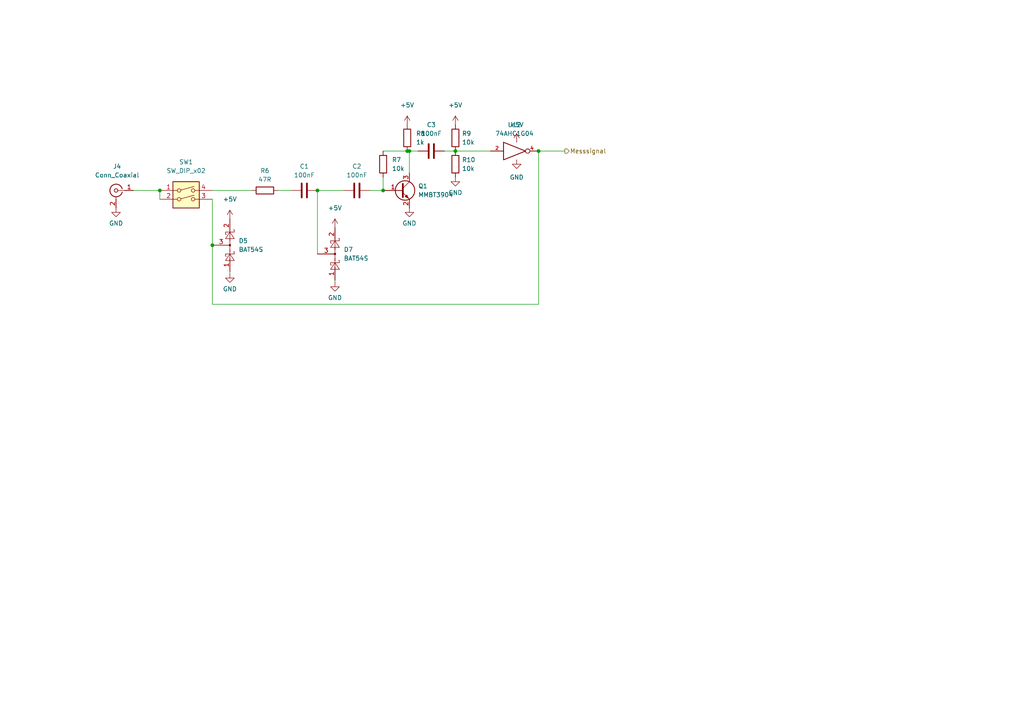
<source format=kicad_sch>
(kicad_sch (version 20211123) (generator eeschema)

  (uuid 1bc3a24b-4f42-4faf-bf41-c581dd46c4ca)

  (paper "A4")

  (lib_symbols
    (symbol "74xGxx:74AHC1G04" (pin_names (offset 1.016)) (in_bom yes) (on_board yes)
      (property "Reference" "U" (id 0) (at -2.54 3.81 0)
        (effects (font (size 1.27 1.27)))
      )
      (property "Value" "74AHC1G04" (id 1) (at 0 -3.81 0)
        (effects (font (size 1.27 1.27)))
      )
      (property "Footprint" "" (id 2) (at 0 0 0)
        (effects (font (size 1.27 1.27)) hide)
      )
      (property "Datasheet" "http://www.ti.com/lit/sg/scyt129e/scyt129e.pdf" (id 3) (at 0 0 0)
        (effects (font (size 1.27 1.27)) hide)
      )
      (property "ki_keywords" "Single Gate NOT LVC CMOS" (id 4) (at 0 0 0)
        (effects (font (size 1.27 1.27)) hide)
      )
      (property "ki_description" "Single NOT Gate, Low-Voltage CMOS" (id 5) (at 0 0 0)
        (effects (font (size 1.27 1.27)) hide)
      )
      (property "ki_fp_filters" "SOT* SG-*" (id 6) (at 0 0 0)
        (effects (font (size 1.27 1.27)) hide)
      )
      (symbol "74AHC1G04_0_1"
        (polyline
          (pts
            (xy -3.81 2.54)
            (xy -3.81 -2.54)
            (xy 2.54 0)
            (xy -3.81 2.54)
          )
          (stroke (width 0.254) (type default) (color 0 0 0 0))
          (fill (type none))
        )
      )
      (symbol "74AHC1G04_1_1"
        (pin input line (at -7.62 0 0) (length 3.81)
          (name "~" (effects (font (size 1.016 1.016))))
          (number "2" (effects (font (size 1.016 1.016))))
        )
        (pin power_in line (at 0 -2.54 270) (length 0) hide
          (name "GND" (effects (font (size 1.016 1.016))))
          (number "3" (effects (font (size 1.016 1.016))))
        )
        (pin output inverted (at 6.35 0 180) (length 3.81)
          (name "~" (effects (font (size 1.016 1.016))))
          (number "4" (effects (font (size 1.016 1.016))))
        )
        (pin power_in line (at 0 2.54 90) (length 0) hide
          (name "VCC" (effects (font (size 1.016 1.016))))
          (number "5" (effects (font (size 1.016 1.016))))
        )
      )
    )
    (symbol "Connector:Conn_Coaxial" (pin_names (offset 1.016) hide) (in_bom yes) (on_board yes)
      (property "Reference" "J" (id 0) (at 0.254 3.048 0)
        (effects (font (size 1.27 1.27)))
      )
      (property "Value" "Conn_Coaxial" (id 1) (at 2.921 0 90)
        (effects (font (size 1.27 1.27)))
      )
      (property "Footprint" "" (id 2) (at 0 0 0)
        (effects (font (size 1.27 1.27)) hide)
      )
      (property "Datasheet" " ~" (id 3) (at 0 0 0)
        (effects (font (size 1.27 1.27)) hide)
      )
      (property "ki_keywords" "BNC SMA SMB SMC LEMO coaxial connector CINCH RCA" (id 4) (at 0 0 0)
        (effects (font (size 1.27 1.27)) hide)
      )
      (property "ki_description" "coaxial connector (BNC, SMA, SMB, SMC, Cinch/RCA, LEMO, ...)" (id 5) (at 0 0 0)
        (effects (font (size 1.27 1.27)) hide)
      )
      (property "ki_fp_filters" "*BNC* *SMA* *SMB* *SMC* *Cinch* *LEMO*" (id 6) (at 0 0 0)
        (effects (font (size 1.27 1.27)) hide)
      )
      (symbol "Conn_Coaxial_0_1"
        (arc (start -1.778 -0.508) (mid 0.2311 -1.8066) (end 1.778 0)
          (stroke (width 0.254) (type default) (color 0 0 0 0))
          (fill (type none))
        )
        (polyline
          (pts
            (xy -2.54 0)
            (xy -0.508 0)
          )
          (stroke (width 0) (type default) (color 0 0 0 0))
          (fill (type none))
        )
        (polyline
          (pts
            (xy 0 -2.54)
            (xy 0 -1.778)
          )
          (stroke (width 0) (type default) (color 0 0 0 0))
          (fill (type none))
        )
        (circle (center 0 0) (radius 0.508)
          (stroke (width 0.2032) (type default) (color 0 0 0 0))
          (fill (type none))
        )
        (arc (start 1.778 0) (mid 0.2099 1.8101) (end -1.778 0.508)
          (stroke (width 0.254) (type default) (color 0 0 0 0))
          (fill (type none))
        )
      )
      (symbol "Conn_Coaxial_1_1"
        (pin passive line (at -5.08 0 0) (length 2.54)
          (name "In" (effects (font (size 1.27 1.27))))
          (number "1" (effects (font (size 1.27 1.27))))
        )
        (pin passive line (at 0 -5.08 90) (length 2.54)
          (name "Ext" (effects (font (size 1.27 1.27))))
          (number "2" (effects (font (size 1.27 1.27))))
        )
      )
    )
    (symbol "Device:C" (pin_numbers hide) (pin_names (offset 0.254)) (in_bom yes) (on_board yes)
      (property "Reference" "C" (id 0) (at 0.635 2.54 0)
        (effects (font (size 1.27 1.27)) (justify left))
      )
      (property "Value" "C" (id 1) (at 0.635 -2.54 0)
        (effects (font (size 1.27 1.27)) (justify left))
      )
      (property "Footprint" "" (id 2) (at 0.9652 -3.81 0)
        (effects (font (size 1.27 1.27)) hide)
      )
      (property "Datasheet" "~" (id 3) (at 0 0 0)
        (effects (font (size 1.27 1.27)) hide)
      )
      (property "ki_keywords" "cap capacitor" (id 4) (at 0 0 0)
        (effects (font (size 1.27 1.27)) hide)
      )
      (property "ki_description" "Unpolarized capacitor" (id 5) (at 0 0 0)
        (effects (font (size 1.27 1.27)) hide)
      )
      (property "ki_fp_filters" "C_*" (id 6) (at 0 0 0)
        (effects (font (size 1.27 1.27)) hide)
      )
      (symbol "C_0_1"
        (polyline
          (pts
            (xy -2.032 -0.762)
            (xy 2.032 -0.762)
          )
          (stroke (width 0.508) (type default) (color 0 0 0 0))
          (fill (type none))
        )
        (polyline
          (pts
            (xy -2.032 0.762)
            (xy 2.032 0.762)
          )
          (stroke (width 0.508) (type default) (color 0 0 0 0))
          (fill (type none))
        )
      )
      (symbol "C_1_1"
        (pin passive line (at 0 3.81 270) (length 2.794)
          (name "~" (effects (font (size 1.27 1.27))))
          (number "1" (effects (font (size 1.27 1.27))))
        )
        (pin passive line (at 0 -3.81 90) (length 2.794)
          (name "~" (effects (font (size 1.27 1.27))))
          (number "2" (effects (font (size 1.27 1.27))))
        )
      )
    )
    (symbol "Device:R" (pin_numbers hide) (pin_names (offset 0)) (in_bom yes) (on_board yes)
      (property "Reference" "R" (id 0) (at 2.032 0 90)
        (effects (font (size 1.27 1.27)))
      )
      (property "Value" "R" (id 1) (at 0 0 90)
        (effects (font (size 1.27 1.27)))
      )
      (property "Footprint" "" (id 2) (at -1.778 0 90)
        (effects (font (size 1.27 1.27)) hide)
      )
      (property "Datasheet" "~" (id 3) (at 0 0 0)
        (effects (font (size 1.27 1.27)) hide)
      )
      (property "ki_keywords" "R res resistor" (id 4) (at 0 0 0)
        (effects (font (size 1.27 1.27)) hide)
      )
      (property "ki_description" "Resistor" (id 5) (at 0 0 0)
        (effects (font (size 1.27 1.27)) hide)
      )
      (property "ki_fp_filters" "R_*" (id 6) (at 0 0 0)
        (effects (font (size 1.27 1.27)) hide)
      )
      (symbol "R_0_1"
        (rectangle (start -1.016 -2.54) (end 1.016 2.54)
          (stroke (width 0.254) (type default) (color 0 0 0 0))
          (fill (type none))
        )
      )
      (symbol "R_1_1"
        (pin passive line (at 0 3.81 270) (length 1.27)
          (name "~" (effects (font (size 1.27 1.27))))
          (number "1" (effects (font (size 1.27 1.27))))
        )
        (pin passive line (at 0 -3.81 90) (length 1.27)
          (name "~" (effects (font (size 1.27 1.27))))
          (number "2" (effects (font (size 1.27 1.27))))
        )
      )
    )
    (symbol "Diode:BAT54S" (pin_names (offset 1.016)) (in_bom yes) (on_board yes)
      (property "Reference" "D" (id 0) (at 0.635 -3.81 0)
        (effects (font (size 1.27 1.27)) (justify left))
      )
      (property "Value" "BAT54S" (id 1) (at -6.35 3.175 0)
        (effects (font (size 1.27 1.27)) (justify left))
      )
      (property "Footprint" "Package_TO_SOT_SMD:SOT-23" (id 2) (at 1.905 3.175 0)
        (effects (font (size 1.27 1.27)) (justify left) hide)
      )
      (property "Datasheet" "https://www.diodes.com/assets/Datasheets/ds11005.pdf" (id 3) (at -3.048 0 0)
        (effects (font (size 1.27 1.27)) hide)
      )
      (property "ki_keywords" "schottky diode" (id 4) (at 0 0 0)
        (effects (font (size 1.27 1.27)) hide)
      )
      (property "ki_description" "schottky barrier diode" (id 5) (at 0 0 0)
        (effects (font (size 1.27 1.27)) hide)
      )
      (property "ki_fp_filters" "SOT?23*" (id 6) (at 0 0 0)
        (effects (font (size 1.27 1.27)) hide)
      )
      (symbol "BAT54S_0_1"
        (polyline
          (pts
            (xy -3.81 0)
            (xy -1.27 0)
          )
          (stroke (width 0) (type default) (color 0 0 0 0))
          (fill (type none))
        )
        (polyline
          (pts
            (xy -3.175 -1.27)
            (xy -3.175 -1.016)
          )
          (stroke (width 0) (type default) (color 0 0 0 0))
          (fill (type none))
        )
        (polyline
          (pts
            (xy -2.54 -1.27)
            (xy -3.175 -1.27)
          )
          (stroke (width 0) (type default) (color 0 0 0 0))
          (fill (type none))
        )
        (polyline
          (pts
            (xy -2.54 -1.27)
            (xy -2.54 1.27)
          )
          (stroke (width 0) (type default) (color 0 0 0 0))
          (fill (type none))
        )
        (polyline
          (pts
            (xy -2.54 1.27)
            (xy -1.905 1.27)
          )
          (stroke (width 0) (type default) (color 0 0 0 0))
          (fill (type none))
        )
        (polyline
          (pts
            (xy -1.905 0)
            (xy 1.905 0)
          )
          (stroke (width 0) (type default) (color 0 0 0 0))
          (fill (type none))
        )
        (polyline
          (pts
            (xy -1.905 1.27)
            (xy -1.905 1.016)
          )
          (stroke (width 0) (type default) (color 0 0 0 0))
          (fill (type none))
        )
        (polyline
          (pts
            (xy 1.27 0)
            (xy 3.81 0)
          )
          (stroke (width 0) (type default) (color 0 0 0 0))
          (fill (type none))
        )
        (polyline
          (pts
            (xy 3.175 -1.27)
            (xy 3.175 -1.016)
          )
          (stroke (width 0) (type default) (color 0 0 0 0))
          (fill (type none))
        )
        (polyline
          (pts
            (xy 3.81 -1.27)
            (xy 3.175 -1.27)
          )
          (stroke (width 0) (type default) (color 0 0 0 0))
          (fill (type none))
        )
        (polyline
          (pts
            (xy 3.81 -1.27)
            (xy 3.81 1.27)
          )
          (stroke (width 0) (type default) (color 0 0 0 0))
          (fill (type none))
        )
        (polyline
          (pts
            (xy 3.81 1.27)
            (xy 4.445 1.27)
          )
          (stroke (width 0) (type default) (color 0 0 0 0))
          (fill (type none))
        )
        (polyline
          (pts
            (xy 4.445 1.27)
            (xy 4.445 1.016)
          )
          (stroke (width 0) (type default) (color 0 0 0 0))
          (fill (type none))
        )
        (polyline
          (pts
            (xy -4.445 1.27)
            (xy -4.445 -1.27)
            (xy -2.54 0)
            (xy -4.445 1.27)
          )
          (stroke (width 0) (type default) (color 0 0 0 0))
          (fill (type none))
        )
        (polyline
          (pts
            (xy 1.905 1.27)
            (xy 1.905 -1.27)
            (xy 3.81 0)
            (xy 1.905 1.27)
          )
          (stroke (width 0) (type default) (color 0 0 0 0))
          (fill (type none))
        )
        (circle (center 0 0) (radius 0.254)
          (stroke (width 0) (type default) (color 0 0 0 0))
          (fill (type outline))
        )
      )
      (symbol "BAT54S_1_1"
        (pin passive line (at -7.62 0 0) (length 3.81)
          (name "~" (effects (font (size 1.27 1.27))))
          (number "1" (effects (font (size 1.27 1.27))))
        )
        (pin passive line (at 7.62 0 180) (length 3.81)
          (name "~" (effects (font (size 1.27 1.27))))
          (number "2" (effects (font (size 1.27 1.27))))
        )
        (pin passive line (at 0 -5.08 90) (length 5.08)
          (name "~" (effects (font (size 1.27 1.27))))
          (number "3" (effects (font (size 1.27 1.27))))
        )
      )
    )
    (symbol "Switch:SW_DIP_x02" (pin_names (offset 0) hide) (in_bom yes) (on_board yes)
      (property "Reference" "SW" (id 0) (at 0 6.35 0)
        (effects (font (size 1.27 1.27)))
      )
      (property "Value" "SW_DIP_x02" (id 1) (at 0 -3.81 0)
        (effects (font (size 1.27 1.27)))
      )
      (property "Footprint" "" (id 2) (at 0 0 0)
        (effects (font (size 1.27 1.27)) hide)
      )
      (property "Datasheet" "~" (id 3) (at 0 0 0)
        (effects (font (size 1.27 1.27)) hide)
      )
      (property "ki_keywords" "dip switch" (id 4) (at 0 0 0)
        (effects (font (size 1.27 1.27)) hide)
      )
      (property "ki_description" "2x DIP Switch, Single Pole Single Throw (SPST) switch, small symbol" (id 5) (at 0 0 0)
        (effects (font (size 1.27 1.27)) hide)
      )
      (property "ki_fp_filters" "SW?DIP?x2*" (id 6) (at 0 0 0)
        (effects (font (size 1.27 1.27)) hide)
      )
      (symbol "SW_DIP_x02_0_0"
        (circle (center -2.032 0) (radius 0.508)
          (stroke (width 0) (type default) (color 0 0 0 0))
          (fill (type none))
        )
        (circle (center -2.032 2.54) (radius 0.508)
          (stroke (width 0) (type default) (color 0 0 0 0))
          (fill (type none))
        )
        (polyline
          (pts
            (xy -1.524 0.127)
            (xy 2.3622 1.1684)
          )
          (stroke (width 0) (type default) (color 0 0 0 0))
          (fill (type none))
        )
        (polyline
          (pts
            (xy -1.524 2.667)
            (xy 2.3622 3.7084)
          )
          (stroke (width 0) (type default) (color 0 0 0 0))
          (fill (type none))
        )
        (circle (center 2.032 0) (radius 0.508)
          (stroke (width 0) (type default) (color 0 0 0 0))
          (fill (type none))
        )
        (circle (center 2.032 2.54) (radius 0.508)
          (stroke (width 0) (type default) (color 0 0 0 0))
          (fill (type none))
        )
      )
      (symbol "SW_DIP_x02_0_1"
        (rectangle (start -3.81 5.08) (end 3.81 -2.54)
          (stroke (width 0.254) (type default) (color 0 0 0 0))
          (fill (type background))
        )
      )
      (symbol "SW_DIP_x02_1_1"
        (pin passive line (at -7.62 2.54 0) (length 5.08)
          (name "~" (effects (font (size 1.27 1.27))))
          (number "1" (effects (font (size 1.27 1.27))))
        )
        (pin passive line (at -7.62 0 0) (length 5.08)
          (name "~" (effects (font (size 1.27 1.27))))
          (number "2" (effects (font (size 1.27 1.27))))
        )
        (pin passive line (at 7.62 0 180) (length 5.08)
          (name "~" (effects (font (size 1.27 1.27))))
          (number "3" (effects (font (size 1.27 1.27))))
        )
        (pin passive line (at 7.62 2.54 180) (length 5.08)
          (name "~" (effects (font (size 1.27 1.27))))
          (number "4" (effects (font (size 1.27 1.27))))
        )
      )
    )
    (symbol "Transistor_BJT:MMBT3904" (pin_names (offset 0) hide) (in_bom yes) (on_board yes)
      (property "Reference" "Q" (id 0) (at 5.08 1.905 0)
        (effects (font (size 1.27 1.27)) (justify left))
      )
      (property "Value" "MMBT3904" (id 1) (at 5.08 0 0)
        (effects (font (size 1.27 1.27)) (justify left))
      )
      (property "Footprint" "Package_TO_SOT_SMD:SOT-23" (id 2) (at 5.08 -1.905 0)
        (effects (font (size 1.27 1.27) italic) (justify left) hide)
      )
      (property "Datasheet" "https://www.onsemi.com/pub/Collateral/2N3903-D.PDF" (id 3) (at 0 0 0)
        (effects (font (size 1.27 1.27)) (justify left) hide)
      )
      (property "ki_keywords" "NPN Transistor" (id 4) (at 0 0 0)
        (effects (font (size 1.27 1.27)) hide)
      )
      (property "ki_description" "0.2A Ic, 40V Vce, Small Signal NPN Transistor, SOT-23" (id 5) (at 0 0 0)
        (effects (font (size 1.27 1.27)) hide)
      )
      (property "ki_fp_filters" "SOT?23*" (id 6) (at 0 0 0)
        (effects (font (size 1.27 1.27)) hide)
      )
      (symbol "MMBT3904_0_1"
        (polyline
          (pts
            (xy 0.635 0.635)
            (xy 2.54 2.54)
          )
          (stroke (width 0) (type default) (color 0 0 0 0))
          (fill (type none))
        )
        (polyline
          (pts
            (xy 0.635 -0.635)
            (xy 2.54 -2.54)
            (xy 2.54 -2.54)
          )
          (stroke (width 0) (type default) (color 0 0 0 0))
          (fill (type none))
        )
        (polyline
          (pts
            (xy 0.635 1.905)
            (xy 0.635 -1.905)
            (xy 0.635 -1.905)
          )
          (stroke (width 0.508) (type default) (color 0 0 0 0))
          (fill (type none))
        )
        (polyline
          (pts
            (xy 1.27 -1.778)
            (xy 1.778 -1.27)
            (xy 2.286 -2.286)
            (xy 1.27 -1.778)
            (xy 1.27 -1.778)
          )
          (stroke (width 0) (type default) (color 0 0 0 0))
          (fill (type outline))
        )
        (circle (center 1.27 0) (radius 2.8194)
          (stroke (width 0.254) (type default) (color 0 0 0 0))
          (fill (type none))
        )
      )
      (symbol "MMBT3904_1_1"
        (pin input line (at -5.08 0 0) (length 5.715)
          (name "B" (effects (font (size 1.27 1.27))))
          (number "1" (effects (font (size 1.27 1.27))))
        )
        (pin passive line (at 2.54 -5.08 90) (length 2.54)
          (name "E" (effects (font (size 1.27 1.27))))
          (number "2" (effects (font (size 1.27 1.27))))
        )
        (pin passive line (at 2.54 5.08 270) (length 2.54)
          (name "C" (effects (font (size 1.27 1.27))))
          (number "3" (effects (font (size 1.27 1.27))))
        )
      )
    )
    (symbol "power:+5V" (power) (pin_names (offset 0)) (in_bom yes) (on_board yes)
      (property "Reference" "#PWR" (id 0) (at 0 -3.81 0)
        (effects (font (size 1.27 1.27)) hide)
      )
      (property "Value" "+5V" (id 1) (at 0 3.556 0)
        (effects (font (size 1.27 1.27)))
      )
      (property "Footprint" "" (id 2) (at 0 0 0)
        (effects (font (size 1.27 1.27)) hide)
      )
      (property "Datasheet" "" (id 3) (at 0 0 0)
        (effects (font (size 1.27 1.27)) hide)
      )
      (property "ki_keywords" "power-flag" (id 4) (at 0 0 0)
        (effects (font (size 1.27 1.27)) hide)
      )
      (property "ki_description" "Power symbol creates a global label with name \"+5V\"" (id 5) (at 0 0 0)
        (effects (font (size 1.27 1.27)) hide)
      )
      (symbol "+5V_0_1"
        (polyline
          (pts
            (xy -0.762 1.27)
            (xy 0 2.54)
          )
          (stroke (width 0) (type default) (color 0 0 0 0))
          (fill (type none))
        )
        (polyline
          (pts
            (xy 0 0)
            (xy 0 2.54)
          )
          (stroke (width 0) (type default) (color 0 0 0 0))
          (fill (type none))
        )
        (polyline
          (pts
            (xy 0 2.54)
            (xy 0.762 1.27)
          )
          (stroke (width 0) (type default) (color 0 0 0 0))
          (fill (type none))
        )
      )
      (symbol "+5V_1_1"
        (pin power_in line (at 0 0 90) (length 0) hide
          (name "+5V" (effects (font (size 1.27 1.27))))
          (number "1" (effects (font (size 1.27 1.27))))
        )
      )
    )
    (symbol "power:GND" (power) (pin_names (offset 0)) (in_bom yes) (on_board yes)
      (property "Reference" "#PWR" (id 0) (at 0 -6.35 0)
        (effects (font (size 1.27 1.27)) hide)
      )
      (property "Value" "GND" (id 1) (at 0 -3.81 0)
        (effects (font (size 1.27 1.27)))
      )
      (property "Footprint" "" (id 2) (at 0 0 0)
        (effects (font (size 1.27 1.27)) hide)
      )
      (property "Datasheet" "" (id 3) (at 0 0 0)
        (effects (font (size 1.27 1.27)) hide)
      )
      (property "ki_keywords" "power-flag" (id 4) (at 0 0 0)
        (effects (font (size 1.27 1.27)) hide)
      )
      (property "ki_description" "Power symbol creates a global label with name \"GND\" , ground" (id 5) (at 0 0 0)
        (effects (font (size 1.27 1.27)) hide)
      )
      (symbol "GND_0_1"
        (polyline
          (pts
            (xy 0 0)
            (xy 0 -1.27)
            (xy 1.27 -1.27)
            (xy 0 -2.54)
            (xy -1.27 -1.27)
            (xy 0 -1.27)
          )
          (stroke (width 0) (type default) (color 0 0 0 0))
          (fill (type none))
        )
      )
      (symbol "GND_1_1"
        (pin power_in line (at 0 0 270) (length 0) hide
          (name "GND" (effects (font (size 1.27 1.27))))
          (number "1" (effects (font (size 1.27 1.27))))
        )
      )
    )
  )

  (junction (at 46.355 55.245) (diameter 0) (color 0 0 0 0)
    (uuid 3d3a738c-722c-4779-a44a-12d2d95fa156)
  )
  (junction (at 118.11 43.815) (diameter 0) (color 0 0 0 0)
    (uuid 48f4d125-845a-4f42-b5aa-ecaf5a243315)
  )
  (junction (at 118.745 43.815) (diameter 0) (color 0 0 0 0)
    (uuid 53071ae7-8217-47af-b0b6-bae7f19230bc)
  )
  (junction (at 156.21 43.815) (diameter 0) (color 0 0 0 0)
    (uuid 89cebfa5-7f37-492e-a7e2-f1d643f5c426)
  )
  (junction (at 132.08 43.815) (diameter 0) (color 0 0 0 0)
    (uuid 8d8f8ab8-1e61-413f-8c79-ba0ded791e2e)
  )
  (junction (at 61.595 71.12) (diameter 0) (color 0 0 0 0)
    (uuid 953a54bf-681f-4ba4-80aa-1843b85152df)
  )
  (junction (at 111.125 55.245) (diameter 0) (color 0 0 0 0)
    (uuid c6f6a9b7-b79f-4521-9919-6550ed5785b4)
  )
  (junction (at 92.075 55.245) (diameter 0) (color 0 0 0 0)
    (uuid c9f4afc7-7f0c-4e09-bf4c-1f732e84343b)
  )

  (wire (pts (xy 156.21 43.815) (xy 163.83 43.815))
    (stroke (width 0) (type default) (color 0 0 0 0))
    (uuid 08a58abf-9130-45e1-885b-b89ac2d40818)
  )
  (wire (pts (xy 92.075 55.245) (xy 99.695 55.245))
    (stroke (width 0) (type default) (color 0 0 0 0))
    (uuid 29796f39-5b4d-4f49-96e3-fe5f39f3fa7b)
  )
  (wire (pts (xy 118.745 43.815) (xy 118.745 50.165))
    (stroke (width 0) (type default) (color 0 0 0 0))
    (uuid 30aa5529-2a2b-4eee-a3bf-8fda3a14773c)
  )
  (wire (pts (xy 80.645 55.245) (xy 84.455 55.245))
    (stroke (width 0) (type default) (color 0 0 0 0))
    (uuid 32669668-9d8e-4187-967f-dc102640f67c)
  )
  (wire (pts (xy 111.125 43.815) (xy 118.11 43.815))
    (stroke (width 0) (type default) (color 0 0 0 0))
    (uuid 33a92892-8f1c-4765-9184-3c657a6209db)
  )
  (wire (pts (xy 107.315 55.245) (xy 111.125 55.245))
    (stroke (width 0) (type default) (color 0 0 0 0))
    (uuid 36995171-8e6c-4557-9fee-59fec63a14e1)
  )
  (wire (pts (xy 128.905 43.815) (xy 132.08 43.815))
    (stroke (width 0) (type default) (color 0 0 0 0))
    (uuid 4227df93-0887-43a0-b4cb-5d0496180978)
  )
  (wire (pts (xy 46.355 55.245) (xy 46.355 57.785))
    (stroke (width 0) (type default) (color 0 0 0 0))
    (uuid 509d0546-0a4d-4d94-bd6d-0acf6ac970af)
  )
  (wire (pts (xy 66.675 78.74) (xy 66.675 79.375))
    (stroke (width 0) (type default) (color 0 0 0 0))
    (uuid 53265a0b-680c-4c69-8809-bc4b2a07d031)
  )
  (wire (pts (xy 61.595 88.265) (xy 156.21 88.265))
    (stroke (width 0) (type default) (color 0 0 0 0))
    (uuid 5898c9f7-8b3a-4def-8258-64163036b7f4)
  )
  (wire (pts (xy 38.735 55.245) (xy 46.355 55.245))
    (stroke (width 0) (type default) (color 0 0 0 0))
    (uuid 58d7e2db-1fe0-4310-953e-6073ad1bbfaa)
  )
  (wire (pts (xy 61.595 57.785) (xy 61.595 71.12))
    (stroke (width 0) (type default) (color 0 0 0 0))
    (uuid 6b10e08e-26f1-4614-bcbd-65861c21f5fb)
  )
  (wire (pts (xy 156.21 88.265) (xy 156.21 43.815))
    (stroke (width 0) (type default) (color 0 0 0 0))
    (uuid 729391d5-453d-47ea-b7ac-17dd71509cfb)
  )
  (wire (pts (xy 111.125 51.435) (xy 111.125 55.245))
    (stroke (width 0) (type default) (color 0 0 0 0))
    (uuid 750b0bd7-d5df-4d24-9e83-a4b5c8721c1d)
  )
  (wire (pts (xy 118.745 43.815) (xy 121.285 43.815))
    (stroke (width 0) (type default) (color 0 0 0 0))
    (uuid 9e76add1-2b73-4ecf-84e7-f599e863312f)
  )
  (wire (pts (xy 97.155 81.28) (xy 97.155 81.915))
    (stroke (width 0) (type default) (color 0 0 0 0))
    (uuid c2e90e82-62a5-448a-be6f-ca6d726ec3c8)
  )
  (wire (pts (xy 118.11 43.815) (xy 118.745 43.815))
    (stroke (width 0) (type default) (color 0 0 0 0))
    (uuid d555a9b0-8ff0-466e-b676-9844cd3c1e86)
  )
  (wire (pts (xy 61.595 55.245) (xy 73.025 55.245))
    (stroke (width 0) (type default) (color 0 0 0 0))
    (uuid e1446e38-d126-4949-aa9d-a294af066c15)
  )
  (wire (pts (xy 92.075 55.245) (xy 92.075 73.66))
    (stroke (width 0) (type default) (color 0 0 0 0))
    (uuid e80f35b9-1781-4452-a9aa-bdad4160d06b)
  )
  (wire (pts (xy 61.595 71.12) (xy 61.595 88.265))
    (stroke (width 0) (type default) (color 0 0 0 0))
    (uuid f1283f53-78d2-4cec-8d46-53412d1f8029)
  )
  (wire (pts (xy 132.08 43.815) (xy 142.24 43.815))
    (stroke (width 0) (type default) (color 0 0 0 0))
    (uuid fde407f0-188f-44a7-82f7-2a86626b81b9)
  )

  (hierarchical_label "Messsignal" (shape output) (at 163.83 43.815 0)
    (effects (font (size 1.27 1.27)) (justify left))
    (uuid 6d9ebd63-284f-4d14-99b4-95fb0af90f69)
  )

  (symbol (lib_id "Device:R") (at 111.125 47.625 0) (unit 1)
    (in_bom yes) (on_board yes) (fields_autoplaced)
    (uuid 1136dafc-37b4-4abd-ab0f-607dbb975071)
    (property "Reference" "R7" (id 0) (at 113.665 46.3549 0)
      (effects (font (size 1.27 1.27)) (justify left))
    )
    (property "Value" "10k" (id 1) (at 113.665 48.8949 0)
      (effects (font (size 1.27 1.27)) (justify left))
    )
    (property "Footprint" "Resistor_SMD:R_0603_1608Metric" (id 2) (at 109.347 47.625 90)
      (effects (font (size 1.27 1.27)) hide)
    )
    (property "Datasheet" "~" (id 3) (at 111.125 47.625 0)
      (effects (font (size 1.27 1.27)) hide)
    )
    (pin "1" (uuid a76196a0-26ad-483a-a3cf-6b5c16c301ca))
    (pin "2" (uuid d787a471-7744-4a03-b62f-68a9bf95dfa1))
  )

  (symbol (lib_id "power:+5V") (at 132.08 36.195 0) (unit 1)
    (in_bom yes) (on_board yes) (fields_autoplaced)
    (uuid 12b55f4a-4c42-4cfb-abdf-2dcf96e3d170)
    (property "Reference" "#PWR0102" (id 0) (at 132.08 40.005 0)
      (effects (font (size 1.27 1.27)) hide)
    )
    (property "Value" "+5V" (id 1) (at 132.08 30.48 0))
    (property "Footprint" "" (id 2) (at 132.08 36.195 0)
      (effects (font (size 1.27 1.27)) hide)
    )
    (property "Datasheet" "" (id 3) (at 132.08 36.195 0)
      (effects (font (size 1.27 1.27)) hide)
    )
    (pin "1" (uuid 53b45ad6-6980-4963-8bbc-767ff17b9440))
  )

  (symbol (lib_id "Device:C") (at 103.505 55.245 90) (unit 1)
    (in_bom yes) (on_board yes) (fields_autoplaced)
    (uuid 144d3289-786d-48cc-a974-b23bf148ffb4)
    (property "Reference" "C2" (id 0) (at 103.505 48.26 90))
    (property "Value" "100nF" (id 1) (at 103.505 50.8 90))
    (property "Footprint" "Capacitor_SMD:C_0603_1608Metric" (id 2) (at 107.315 54.2798 0)
      (effects (font (size 1.27 1.27)) hide)
    )
    (property "Datasheet" "~" (id 3) (at 103.505 55.245 0)
      (effects (font (size 1.27 1.27)) hide)
    )
    (pin "1" (uuid 48ea1aa5-8e90-44cc-8c83-6e32d7eec8a3))
    (pin "2" (uuid e0fce774-e53f-4796-8546-fe99eb54b3e4))
  )

  (symbol (lib_id "Device:R") (at 132.08 40.005 0) (unit 1)
    (in_bom yes) (on_board yes) (fields_autoplaced)
    (uuid 1ace36c4-5188-4b39-80d8-8a1988b5e39a)
    (property "Reference" "R9" (id 0) (at 133.985 38.7349 0)
      (effects (font (size 1.27 1.27)) (justify left))
    )
    (property "Value" "10k" (id 1) (at 133.985 41.2749 0)
      (effects (font (size 1.27 1.27)) (justify left))
    )
    (property "Footprint" "Resistor_SMD:R_0603_1608Metric" (id 2) (at 130.302 40.005 90)
      (effects (font (size 1.27 1.27)) hide)
    )
    (property "Datasheet" "~" (id 3) (at 132.08 40.005 0)
      (effects (font (size 1.27 1.27)) hide)
    )
    (pin "1" (uuid 773313d9-140e-47c2-8dc5-c46cb6ea1c83))
    (pin "2" (uuid 8b28ee62-09ca-485e-bc2a-d96fed684865))
  )

  (symbol (lib_id "Device:C") (at 88.265 55.245 90) (unit 1)
    (in_bom yes) (on_board yes) (fields_autoplaced)
    (uuid 1d53a6e3-10e1-4d20-bee3-9c2204d429cc)
    (property "Reference" "C1" (id 0) (at 88.265 48.26 90))
    (property "Value" "100nF" (id 1) (at 88.265 50.8 90))
    (property "Footprint" "Capacitor_SMD:C_0603_1608Metric" (id 2) (at 92.075 54.2798 0)
      (effects (font (size 1.27 1.27)) hide)
    )
    (property "Datasheet" "~" (id 3) (at 88.265 55.245 0)
      (effects (font (size 1.27 1.27)) hide)
    )
    (pin "1" (uuid 1670ab28-611a-431a-a065-df958bfac1c8))
    (pin "2" (uuid afe9c49f-cc3d-42e6-bee7-1865cdeab893))
  )

  (symbol (lib_id "power:+5V") (at 118.11 36.195 0) (unit 1)
    (in_bom yes) (on_board yes) (fields_autoplaced)
    (uuid 222f0c00-f548-4507-8301-c1980ce65cc3)
    (property "Reference" "#PWR0101" (id 0) (at 118.11 40.005 0)
      (effects (font (size 1.27 1.27)) hide)
    )
    (property "Value" "+5V" (id 1) (at 118.11 30.48 0))
    (property "Footprint" "" (id 2) (at 118.11 36.195 0)
      (effects (font (size 1.27 1.27)) hide)
    )
    (property "Datasheet" "" (id 3) (at 118.11 36.195 0)
      (effects (font (size 1.27 1.27)) hide)
    )
    (pin "1" (uuid bf68ff11-1be4-4394-b594-8cc4199b8dae))
  )

  (symbol (lib_id "74xGxx:74AHC1G04") (at 149.86 43.815 0) (unit 1)
    (in_bom yes) (on_board yes) (fields_autoplaced)
    (uuid 2be4b262-d6f0-4001-9148-045ef488d408)
    (property "Reference" "U12" (id 0) (at 149.225 36.195 0))
    (property "Value" "74AHC1G04" (id 1) (at 149.225 38.735 0))
    (property "Footprint" "Package_TO_SOT_SMD:SOT-23-5" (id 2) (at 149.86 43.815 0)
      (effects (font (size 1.27 1.27)) hide)
    )
    (property "Datasheet" "http://www.ti.com/lit/sg/scyt129e/scyt129e.pdf" (id 3) (at 149.86 43.815 0)
      (effects (font (size 1.27 1.27)) hide)
    )
    (pin "2" (uuid a6538244-dd0d-414e-8361-3e6c943d8fdf))
    (pin "3" (uuid 008553b8-12ed-4289-b57e-c4088593bf97))
    (pin "4" (uuid ed1f27af-22d4-4b2c-a7b9-89370ea31d7c))
    (pin "5" (uuid cc44039b-9ffd-4353-b189-12117b7cfadb))
  )

  (symbol (lib_id "power:+5V") (at 149.86 41.275 0) (unit 1)
    (in_bom yes) (on_board yes) (fields_autoplaced)
    (uuid 32488e15-379a-4b4d-a67e-2780eb50c3ce)
    (property "Reference" "#PWR0106" (id 0) (at 149.86 45.085 0)
      (effects (font (size 1.27 1.27)) hide)
    )
    (property "Value" "+5V" (id 1) (at 149.86 36.195 0))
    (property "Footprint" "" (id 2) (at 149.86 41.275 0)
      (effects (font (size 1.27 1.27)) hide)
    )
    (property "Datasheet" "" (id 3) (at 149.86 41.275 0)
      (effects (font (size 1.27 1.27)) hide)
    )
    (pin "1" (uuid 85aa6bba-ceff-4a4d-a2d2-19e71b6f820b))
  )

  (symbol (lib_id "Diode:BAT54S") (at 97.155 73.66 270) (mirror x) (unit 1)
    (in_bom yes) (on_board yes) (fields_autoplaced)
    (uuid 4c1361db-cbe3-4ccc-ab19-c1ede0209ca0)
    (property "Reference" "D7" (id 0) (at 99.695 72.3899 90)
      (effects (font (size 1.27 1.27)) (justify left))
    )
    (property "Value" "BAT54S" (id 1) (at 99.695 74.9299 90)
      (effects (font (size 1.27 1.27)) (justify left))
    )
    (property "Footprint" "Package_TO_SOT_SMD:SOT-23" (id 2) (at 100.33 71.755 0)
      (effects (font (size 1.27 1.27)) (justify left) hide)
    )
    (property "Datasheet" "https://www.diodes.com/assets/Datasheets/ds11005.pdf" (id 3) (at 97.155 76.708 0)
      (effects (font (size 1.27 1.27)) hide)
    )
    (pin "1" (uuid 6378b132-0c27-48f2-97ab-25fb6d589788))
    (pin "2" (uuid be82d88b-1269-44e4-a962-2cd6a6db32e6))
    (pin "3" (uuid 73614fbc-994b-466e-b1f8-bc0bdccfb0d2))
  )

  (symbol (lib_id "Device:R") (at 76.835 55.245 90) (unit 1)
    (in_bom yes) (on_board yes) (fields_autoplaced)
    (uuid 5156feb5-fedb-4389-b00f-311955c4e987)
    (property "Reference" "R6" (id 0) (at 76.835 49.53 90))
    (property "Value" "47R" (id 1) (at 76.835 52.07 90))
    (property "Footprint" "Resistor_SMD:R_0603_1608Metric" (id 2) (at 76.835 57.023 90)
      (effects (font (size 1.27 1.27)) hide)
    )
    (property "Datasheet" "~" (id 3) (at 76.835 55.245 0)
      (effects (font (size 1.27 1.27)) hide)
    )
    (pin "1" (uuid c9aa85fa-a7c2-4484-bc2c-8c06eecf149d))
    (pin "2" (uuid 3d3ee03f-2ba8-4438-8075-94fc128b5cd3))
  )

  (symbol (lib_id "power:GND") (at 132.08 51.435 0) (unit 1)
    (in_bom yes) (on_board yes) (fields_autoplaced)
    (uuid 5b1f8eff-dfa8-446d-9bbb-17f5e498d1f6)
    (property "Reference" "#PWR0103" (id 0) (at 132.08 57.785 0)
      (effects (font (size 1.27 1.27)) hide)
    )
    (property "Value" "GND" (id 1) (at 132.08 55.88 0))
    (property "Footprint" "" (id 2) (at 132.08 51.435 0)
      (effects (font (size 1.27 1.27)) hide)
    )
    (property "Datasheet" "" (id 3) (at 132.08 51.435 0)
      (effects (font (size 1.27 1.27)) hide)
    )
    (pin "1" (uuid 1d6752fd-792d-4b30-8f78-563960753c6d))
  )

  (symbol (lib_id "Device:R") (at 118.11 40.005 0) (unit 1)
    (in_bom yes) (on_board yes) (fields_autoplaced)
    (uuid 5fae3683-74e9-4a8a-afe1-74d17713c14d)
    (property "Reference" "R8" (id 0) (at 120.65 38.7349 0)
      (effects (font (size 1.27 1.27)) (justify left))
    )
    (property "Value" "1k" (id 1) (at 120.65 41.2749 0)
      (effects (font (size 1.27 1.27)) (justify left))
    )
    (property "Footprint" "Resistor_SMD:R_0603_1608Metric" (id 2) (at 116.332 40.005 90)
      (effects (font (size 1.27 1.27)) hide)
    )
    (property "Datasheet" "~" (id 3) (at 118.11 40.005 0)
      (effects (font (size 1.27 1.27)) hide)
    )
    (pin "1" (uuid 9d8804cf-6054-4e54-8e1c-c687cd39a165))
    (pin "2" (uuid 101114b5-5d32-48ba-9f11-d23337051ba9))
  )

  (symbol (lib_id "power:GND") (at 118.745 60.325 0) (unit 1)
    (in_bom yes) (on_board yes) (fields_autoplaced)
    (uuid 672b743d-227b-4695-a89b-f5ed38050040)
    (property "Reference" "#PWR0104" (id 0) (at 118.745 66.675 0)
      (effects (font (size 1.27 1.27)) hide)
    )
    (property "Value" "GND" (id 1) (at 118.745 64.77 0))
    (property "Footprint" "" (id 2) (at 118.745 60.325 0)
      (effects (font (size 1.27 1.27)) hide)
    )
    (property "Datasheet" "" (id 3) (at 118.745 60.325 0)
      (effects (font (size 1.27 1.27)) hide)
    )
    (pin "1" (uuid 993bdf24-b952-4b93-8fd4-29e78547c4a9))
  )

  (symbol (lib_id "power:GND") (at 97.155 81.915 0) (unit 1)
    (in_bom yes) (on_board yes) (fields_autoplaced)
    (uuid 8a6a5e68-c892-448c-ab31-17f54b283725)
    (property "Reference" "#PWR0108" (id 0) (at 97.155 88.265 0)
      (effects (font (size 1.27 1.27)) hide)
    )
    (property "Value" "GND" (id 1) (at 97.155 86.36 0))
    (property "Footprint" "" (id 2) (at 97.155 81.915 0)
      (effects (font (size 1.27 1.27)) hide)
    )
    (property "Datasheet" "" (id 3) (at 97.155 81.915 0)
      (effects (font (size 1.27 1.27)) hide)
    )
    (pin "1" (uuid 5855b4da-1d4f-4fad-854e-fcfa5f648854))
  )

  (symbol (lib_id "power:GND") (at 149.86 46.355 0) (unit 1)
    (in_bom yes) (on_board yes) (fields_autoplaced)
    (uuid 8a85e24e-e8b9-4c03-810e-b49e55432d5d)
    (property "Reference" "#PWR0107" (id 0) (at 149.86 52.705 0)
      (effects (font (size 1.27 1.27)) hide)
    )
    (property "Value" "GND" (id 1) (at 149.86 51.435 0))
    (property "Footprint" "" (id 2) (at 149.86 46.355 0)
      (effects (font (size 1.27 1.27)) hide)
    )
    (property "Datasheet" "" (id 3) (at 149.86 46.355 0)
      (effects (font (size 1.27 1.27)) hide)
    )
    (pin "1" (uuid 4fa22ae2-8c2c-4e4c-a8e5-5a8718fa98cc))
  )

  (symbol (lib_id "Diode:BAT54S") (at 66.675 71.12 270) (mirror x) (unit 1)
    (in_bom yes) (on_board yes) (fields_autoplaced)
    (uuid 98ce67da-ee81-4d08-a7a8-b4106f98b960)
    (property "Reference" "D5" (id 0) (at 69.215 69.8499 90)
      (effects (font (size 1.27 1.27)) (justify left))
    )
    (property "Value" "BAT54S" (id 1) (at 69.215 72.3899 90)
      (effects (font (size 1.27 1.27)) (justify left))
    )
    (property "Footprint" "Package_TO_SOT_SMD:SOT-23" (id 2) (at 69.85 69.215 0)
      (effects (font (size 1.27 1.27)) (justify left) hide)
    )
    (property "Datasheet" "https://www.diodes.com/assets/Datasheets/ds11005.pdf" (id 3) (at 66.675 74.168 0)
      (effects (font (size 1.27 1.27)) hide)
    )
    (pin "1" (uuid 924c4e17-dc98-4645-aabd-fb8a1e877c4e))
    (pin "2" (uuid 2e893c53-e604-4cde-877f-951f9bb7155b))
    (pin "3" (uuid 46bf70ca-aaeb-4b67-9637-5ee0b14ee27e))
  )

  (symbol (lib_id "power:GND") (at 66.675 79.375 0) (unit 1)
    (in_bom yes) (on_board yes) (fields_autoplaced)
    (uuid a70eff62-ffad-4103-b0a0-2a14d836791f)
    (property "Reference" "#PWR0111" (id 0) (at 66.675 85.725 0)
      (effects (font (size 1.27 1.27)) hide)
    )
    (property "Value" "GND" (id 1) (at 66.675 83.82 0))
    (property "Footprint" "" (id 2) (at 66.675 79.375 0)
      (effects (font (size 1.27 1.27)) hide)
    )
    (property "Datasheet" "" (id 3) (at 66.675 79.375 0)
      (effects (font (size 1.27 1.27)) hide)
    )
    (pin "1" (uuid 094007ee-b396-4f5a-b1a3-93d266b14870))
  )

  (symbol (lib_id "Switch:SW_DIP_x02") (at 53.975 57.785 0) (unit 1)
    (in_bom yes) (on_board yes) (fields_autoplaced)
    (uuid ab328737-07ce-47e2-b02d-4844c8f33c78)
    (property "Reference" "SW1" (id 0) (at 53.975 46.99 0))
    (property "Value" "SW_DIP_x02" (id 1) (at 53.975 49.53 0))
    (property "Footprint" "Package_DIP:DIP-4_W8.89mm_SMDSocket_LongPads" (id 2) (at 53.975 57.785 0)
      (effects (font (size 1.27 1.27)) hide)
    )
    (property "Datasheet" "~" (id 3) (at 53.975 57.785 0)
      (effects (font (size 1.27 1.27)) hide)
    )
    (pin "1" (uuid 56a2cb89-686f-4767-b338-e752b324de2a))
    (pin "2" (uuid f2d5ad95-3de9-4784-9008-1515a49ec334))
    (pin "3" (uuid b136596f-4586-4c5f-96f5-823815ab7851))
    (pin "4" (uuid bcb041b5-e76c-457c-b5b4-2927aef996d6))
  )

  (symbol (lib_id "power:+5V") (at 97.155 66.04 0) (unit 1)
    (in_bom yes) (on_board yes) (fields_autoplaced)
    (uuid b3bffc68-aa1d-4796-9290-9d23fc4b34b6)
    (property "Reference" "#PWR0105" (id 0) (at 97.155 69.85 0)
      (effects (font (size 1.27 1.27)) hide)
    )
    (property "Value" "+5V" (id 1) (at 97.155 60.325 0))
    (property "Footprint" "" (id 2) (at 97.155 66.04 0)
      (effects (font (size 1.27 1.27)) hide)
    )
    (property "Datasheet" "" (id 3) (at 97.155 66.04 0)
      (effects (font (size 1.27 1.27)) hide)
    )
    (pin "1" (uuid 850f934a-c0bb-4fd7-a3c2-99409e6c9308))
  )

  (symbol (lib_id "Connector:Conn_Coaxial") (at 33.655 55.245 0) (mirror y) (unit 1)
    (in_bom yes) (on_board yes) (fields_autoplaced)
    (uuid baa81ec1-4593-4816-b679-cee9f3ba9b1f)
    (property "Reference" "J4" (id 0) (at 33.9724 48.26 0))
    (property "Value" "Conn_Coaxial" (id 1) (at 33.9724 50.8 0))
    (property "Footprint" "Connector_Coaxial:SMA_Amphenol_901-144_Vertical" (id 2) (at 33.655 55.245 0)
      (effects (font (size 1.27 1.27)) hide)
    )
    (property "Datasheet" " ~" (id 3) (at 33.655 55.245 0)
      (effects (font (size 1.27 1.27)) hide)
    )
    (pin "1" (uuid 19b819b4-8a5b-4e14-a23a-3f11c4ca5b8b))
    (pin "2" (uuid a6df16f3-0b3f-441d-8384-14e77e357583))
  )

  (symbol (lib_id "power:+5V") (at 66.675 63.5 0) (unit 1)
    (in_bom yes) (on_board yes) (fields_autoplaced)
    (uuid cb987ec2-b21f-4063-aeee-f5edb6208820)
    (property "Reference" "#PWR0110" (id 0) (at 66.675 67.31 0)
      (effects (font (size 1.27 1.27)) hide)
    )
    (property "Value" "+5V" (id 1) (at 66.675 57.785 0))
    (property "Footprint" "" (id 2) (at 66.675 63.5 0)
      (effects (font (size 1.27 1.27)) hide)
    )
    (property "Datasheet" "" (id 3) (at 66.675 63.5 0)
      (effects (font (size 1.27 1.27)) hide)
    )
    (pin "1" (uuid 58cce967-18a2-4a16-9e24-9ff51a340b89))
  )

  (symbol (lib_id "Transistor_BJT:MMBT3904") (at 116.205 55.245 0) (unit 1)
    (in_bom yes) (on_board yes) (fields_autoplaced)
    (uuid d41cec07-ffc8-4036-85aa-41fb20cff9f9)
    (property "Reference" "Q1" (id 0) (at 121.285 53.9749 0)
      (effects (font (size 1.27 1.27)) (justify left))
    )
    (property "Value" "MMBT3904" (id 1) (at 121.285 56.5149 0)
      (effects (font (size 1.27 1.27)) (justify left))
    )
    (property "Footprint" "Package_TO_SOT_SMD:SOT-23" (id 2) (at 121.285 57.15 0)
      (effects (font (size 1.27 1.27) italic) (justify left) hide)
    )
    (property "Datasheet" "https://www.onsemi.com/pub/Collateral/2N3903-D.PDF" (id 3) (at 116.205 55.245 0)
      (effects (font (size 1.27 1.27)) (justify left) hide)
    )
    (pin "1" (uuid afb86beb-e5f4-4e6e-94ca-586bea8e5d52))
    (pin "2" (uuid 8c659b09-ebba-4efc-8160-732f752b4d5c))
    (pin "3" (uuid 998d0073-1500-4a89-93e5-996be196f733))
  )

  (symbol (lib_id "Device:C") (at 125.095 43.815 90) (unit 1)
    (in_bom yes) (on_board yes) (fields_autoplaced)
    (uuid e16a69da-189b-4186-aef7-c5eaf7f319f3)
    (property "Reference" "C3" (id 0) (at 125.095 36.195 90))
    (property "Value" "100nF" (id 1) (at 125.095 38.735 90))
    (property "Footprint" "Capacitor_SMD:C_0603_1608Metric" (id 2) (at 128.905 42.8498 0)
      (effects (font (size 1.27 1.27)) hide)
    )
    (property "Datasheet" "~" (id 3) (at 125.095 43.815 0)
      (effects (font (size 1.27 1.27)) hide)
    )
    (pin "1" (uuid 904b6b6a-875b-49a5-8d99-eef1537e043a))
    (pin "2" (uuid a99fa551-3c99-43d3-8757-fde4d5117949))
  )

  (symbol (lib_id "power:GND") (at 33.655 60.325 0) (unit 1)
    (in_bom yes) (on_board yes) (fields_autoplaced)
    (uuid e4f8cddc-4b7c-4cba-b1e4-4c9264ea7917)
    (property "Reference" "#PWR0109" (id 0) (at 33.655 66.675 0)
      (effects (font (size 1.27 1.27)) hide)
    )
    (property "Value" "GND" (id 1) (at 33.655 64.77 0))
    (property "Footprint" "" (id 2) (at 33.655 60.325 0)
      (effects (font (size 1.27 1.27)) hide)
    )
    (property "Datasheet" "" (id 3) (at 33.655 60.325 0)
      (effects (font (size 1.27 1.27)) hide)
    )
    (pin "1" (uuid e653e029-b241-4ec0-b217-8ce5b4b33ca6))
  )

  (symbol (lib_id "Device:R") (at 132.08 47.625 0) (unit 1)
    (in_bom yes) (on_board yes) (fields_autoplaced)
    (uuid eb6bf005-db6a-4a08-bcd7-3ccdc5c1397a)
    (property "Reference" "R10" (id 0) (at 133.985 46.3549 0)
      (effects (font (size 1.27 1.27)) (justify left))
    )
    (property "Value" "10k" (id 1) (at 133.985 48.8949 0)
      (effects (font (size 1.27 1.27)) (justify left))
    )
    (property "Footprint" "Resistor_SMD:R_0603_1608Metric" (id 2) (at 130.302 47.625 90)
      (effects (font (size 1.27 1.27)) hide)
    )
    (property "Datasheet" "~" (id 3) (at 132.08 47.625 0)
      (effects (font (size 1.27 1.27)) hide)
    )
    (pin "1" (uuid e893f3fd-343b-48e0-a2ca-21e507b45ef3))
    (pin "2" (uuid 3211403d-874f-4b1a-a5d1-ffe02df1ebb5))
  )
)

</source>
